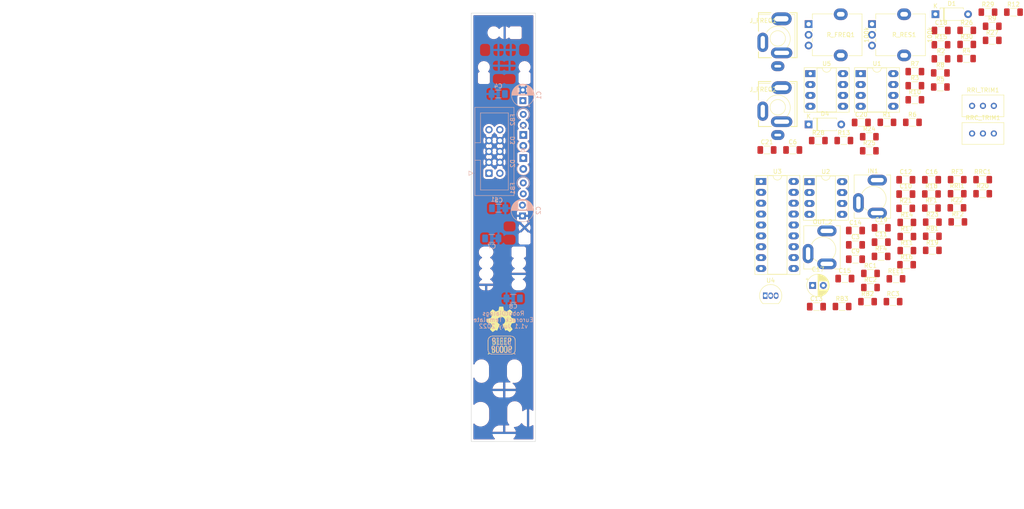
<source format=kicad_pcb>
(kicad_pcb (version 20211014) (generator pcbnew)
  (title_block (company "RobotDialogs"))
  (layers (0 "F.Cu" signal) (31 "B.Cu" signal) (34 "B.Paste" user) (35 "F.Paste" user) (36 "B.SilkS" user "B.Silkscreen") (37 "F.SilkS" user "F.Silkscreen") (38 "B.Mask" user) (39 "F.Mask" user) (44 "Edge.Cuts" user))
  (net 0 "")
  (net 1 "+12V")
  (net 2 "GND")
  (net 3 "-12V")
  (net 4 "Net-(R19-Pad1)")
  (net 5 "Net-(D1-Pad1)")
  (net 6 "-12VA")
  (net 7 "Net-(D2-Pad2)")
  (net 8 "Net-(D3-Pad1)")
  (net 9 "+12VA")
  (net 10 "Net-(D4-Pad1)")
  (net 11 "Net-(RF1-Pad2)")
  (net 12 "Net-(C10-Pad1)")
  (net 13 "Net-(C11-Pad1)")
  (net 14 "Net-(C12-Pad1)")
  (net 15 "Net-(C13-Pad1)")
  (net 16 "-5V")
  (net 17 "Net-(R14-Pad1)")
  (net 18 "Net-(R16-Pad1)")
  (net 19 "Net-(D1-Pad2)")
  (net 20 "Net-(D4-Pad2)")
  (net 22 "Net-(J4-PadT)")
  (net 24 "Net-(J5-PadT)")
  (net 25 "Net-(J_FREQ1-PadT)")
  (net 27 "Net-(J_FREQ2-PadT)")
  (net 29 "Net-(R1-Pad2)")
  (net 30 "Net-(R2-Pad1)")
  (net 31 "Net-(R2-Pad2)")
  (net 32 "Net-(R10-Pad1)")
  (net 33 "Net-(R6-Pad1)")
  (net 34 "Net-(R7-Pad1)")
  (net 35 "Net-(R7-Pad2)")
  (net 36 "/CV Inputs/FREQ_CV")
  (net 37 "Net-(R11-Pad1)")
  (net 38 "Net-(R12-Pad2)")
  (net 39 "Net-(R13-Pad1)")
  (net 40 "Net-(R13-Pad2)")
  (net 41 "Net-(R14-Pad2)")
  (net 42 "Net-(R17-Pad2)")
  (net 43 "Net-(R18-Pad2)")
  (net 44 "Net-(R21-Pad2)")
  (net 45 "Net-(R22-Pad2)")
  (net 46 "Net-(R25-Pad1)")
  (net 47 "Net-(R26-Pad1)")
  (net 48 "Net-(R27-Pad1)")
  (net 49 "Net-(R27-Pad2)")
  (net 50 "/CV Inputs/RES_CV")
  (net 51 "Net-(U3-Pad18)")
  (net 52 "Net-(U3-Pad17)")
  (net 53 "Net-(U3-Pad2)")
  (net 54 "Net-(U3-Pad15)")
  (net 55 "Net-(U3-Pad6)")
  (net 56 "Net-(U3-Pad7)")
  (net 57 "VEE")
  (net 58 "Net-(RRC_TRIM1-Pad1)")
  (net 59 "Net-(U3-Pad9)")
  (net 60 "Net-(RRI1-Pad2)")
  (footprint "Resistor_SMD:R_1206_3216Metric_Pad1.30x1.75mm_HandSolder" (layer "F.Cu") (at 232.93 82.14)
    (fp_text reference "R25" (at 0 -1.82) (layer "F.SilkS"))
    (fp_text value "100k")
    (pad "1" smd roundrect locked (at -1.55 0) (size 1.3 1.75) (layers "F.Cu" "F.Paste" "F.Mask") (roundrect_rratio 0.192308) (net 46 "Net-(R25-Pad1)"))
    (pad "2" smd roundrect locked (at 1.55 0) (size 1.3 1.75) (layers "F.Cu" "F.Paste" "F.Mask") (roundrect_rratio 0.192308) (net 10 "Net-(D4-Pad1)"))
  )
  (footprint "Capacitor_SMD:C_1206_3216Metric_Pad1.33x1.80mm_HandSolder" (layer "F.Cu") (at 235.71 103.47)
    (fp_text reference "C11" (at 0 -1.85) (layer "F.SilkS"))
    (fp_text value "300pF")
    (pad "1" smd roundrect locked (at -1.5625 0) (size 1.325 1.8) (layers "F.Cu" "F.Paste" "F.Mask") (roundrect_rratio 0.188679) (net 13 "Net-(C11-Pad1)"))
    (pad "2" smd roundrect locked (at 1.5625 0) (size 1.325 1.8) (layers "F.Cu" "F.Paste" "F.Mask") (roundrect_rratio 0.188679) (net 2 "GND"))
  )
  (footprint "Resistor_SMD:R_1206_3216Metric_Pad1.30x1.75mm_HandSolder" (layer "F.Cu") (at 243.56 66.94)
    (fp_text reference "R3" (at 0 -1.82) (layer "F.SilkS"))
    (fp_text value "10k")
    (pad "1" smd roundrect locked (at -1.55 0) (size 1.3 1.75) (layers "F.Cu" "F.Paste" "F.Mask") (roundrect_rratio 0.192308) (net 31 "Net-(R2-Pad2)"))
    (pad "2" smd roundrect locked (at 1.55 0) (size 1.3 1.75) (layers "F.Cu" "F.Paste" "F.Mask") (roundrect_rratio 0.192308) (net 3 "-12V"))
  )
  (footprint "Capacitor_SMD:C_1206_3216Metric_Pad1.33x1.80mm_HandSolder" (layer "F.Cu") (at 220.59 118.52)
    (fp_text reference "C13" (at 0 -1.85) (layer "F.SilkS"))
    (fp_text value "300pF")
    (pad "1" smd roundrect locked (at -1.5625 0) (size 1.325 1.8) (layers "F.Cu" "F.Paste" "F.Mask") (roundrect_rratio 0.188679) (net 15 "Net-(C13-Pad1)"))
    (pad "2" smd roundrect locked (at 1.5625 0) (size 1.325 1.8) (layers "F.Cu" "F.Paste" "F.Mask") (roundrect_rratio 0.188679) (net 2 "GND"))
  )
  (footprint "Resistor_SMD:R_1206_3216Metric_Pad1.30x1.75mm_HandSolder" (layer "F.Cu") (at 232.52 117.35)
    (fp_text reference "RB2" (at 0 -1.82) (layer "F.SilkS"))
    (fp_text value "180k")
    (pad "1" smd roundrect locked (at -1.55 0) (size 1.3 1.75) (layers "F.Cu" "F.Paste" "F.Mask") (roundrect_rratio 0.192308) (net 52 "Net-(U3-Pad17)"))
    (pad "2" smd roundrect locked (at 1.55 0) (size 1.3 1.75) (layers "F.Cu" "F.Paste" "F.Mask") (roundrect_rratio 0.192308) (net 3 "-12V"))
  )
  (footprint "Resistor_SMD:R_1206_3216Metric_Pad1.30x1.75mm_HandSolder" (layer "F.Cu") (at 235.68 106.79)
    (fp_text reference "RF4" (at 0 -1.82) (layer "F.SilkS"))
    (fp_text value "75k")
    (pad "1" smd roundrect locked (at -1.55 0) (size 1.3 1.75) (layers "F.Cu" "F.Paste" "F.Mask") (roundrect_rratio 0.192308) (net 41 "Net-(R14-Pad2)"))
    (pad "2" smd roundrect locked (at 1.55 0) (size 1.3 1.75) (layers "F.Cu" "F.Paste" "F.Mask") (roundrect_rratio 0.192308) (net 56 "Net-(U3-Pad7)"))
  )
  (footprint "Resistor_SMD:R_1206_3216Metric_Pad1.30x1.75mm_HandSolder" (layer "F.Cu") (at 255.61 60.61)
    (fp_text reference "R4" (at 0 -1.82) (layer "F.SilkS"))
    (fp_text value "1k")
    (pad "1" smd roundrect locked (at -1.55 0) (size 1.3 1.75) (layers "F.Cu" "F.Paste" "F.Mask") (roundrect_rratio 0.192308) (net 25 "Net-(J_FREQ1-PadT)"))
    (pad "2" smd roundrect locked (at 1.55 0) (size 1.3 1.75) (layers "F.Cu" "F.Paste" "F.Mask") (roundrect_rratio 0.192308) (net 19 "Net-(D1-Pad2)"))
  )
  (footprint "Resistor_SMD:R_1206_3216Metric_Pad1.30x1.75mm_HandSolder" (layer "F.Cu") (at 255.67 57.32)
    (fp_text reference "R30" (at 0 -1.82) (layer "F.SilkS"))
    (fp_text value "100k")
    (pad "1" smd roundrect locked (at -1.55 0) (size 1.3 1.75) (layers "F.Cu" "F.Paste" "F.Mask") (roundrect_rratio 0.192308) (net 46 "Net-(R25-Pad1)"))
    (pad "2" smd roundrect locked (at 1.55 0) (size 1.3 1.75) (layers "F.Cu" "F.Paste" "F.Mask") (roundrect_rratio 0.192308) (net 2 "GND"))
  )
  (footprint "Resistor_SMD:R_1206_3216Metric_Pad1.30x1.75mm_HandSolder" (layer "F.Cu") (at 241.69 98.86)
    (fp_text reference "R14" (at 0 -1.82) (layer "F.SilkS"))
    (fp_text value "100k")
    (pad "1" smd roundrect locked (at -1.55 0) (size 1.3 1.75) (layers "F.Cu" "F.Paste" "F.Mask") (roundrect_rratio 0.192308) (net 17 "Net-(R14-Pad1)"))
    (pad "2" smd roundrect locked (at 1.55 0) (size 1.3 1.75) (layers "F.Cu" "F.Paste" "F.Mask") (roundrect_rratio 0.192308) (net 41 "Net-(R14-Pad2)"))
  )
  (footprint "My Stuff:Potentiometer_Alpha_RD901F-40-00D_Single_Vertical_w_3d" (layer "F.Cu") (at 226.26 55.07)
    (fp_text reference "R_FREQ1" (at 0 0 180) (layer "F.SilkS"))
    (fp_text value "100k")
    (fp_text user "${VALUE}" (at 6 0 90 unlocked) (layer "F.SilkS"))
    (pad "1" thru_hole rect (at -7.5 -2.5 90) (size 1.8 1.8) (drill 1) (layers *.Cu *.Mask) (net 30 "Net-(R2-Pad1)"))
    (pad "2" thru_hole circle (at -7.5 0 90) (size 1.8 1.8) (drill 1) (layers *.Cu *.Mask) (net 25 "Net-(J_FREQ1-PadT)"))
    (pad "3" thru_hole circle (at -7.5 2.5 90) (size 1.8 1.8) (drill 1) (layers *.Cu *.Mask) (net 29 "Net-(R1-Pad2)"))
    (pad "MP" thru_hole oval (at 0 4.8 90) (size 2.72 3.24) (drill oval 1.1 1.8) (layers *.Cu *.Mask) (net 2 "GND"))
    (pad "MP" thru_hole oval (at 0 -4.8 90) (size 2.72 3.24) (drill oval 1.1 1.8) (layers *.Cu *.Mask) (net 2 "GND"))
  )
  (footprint "Resistor_SMD:R_1206_3216Metric_Pad1.30x1.75mm_HandSolder" (layer "F.Cu") (at 249.51 63.96)
    (fp_text reference "R8" (at 0 -1.82) (layer "F.SilkS"))
    (fp_text value "100k")
    (pad "1" smd roundrect locked (at -1.55 0) (size 1.3 1.75) (layers "F.Cu" "F.Paste" "F.Mask") (roundrect_rratio 0.192308) (net 35 "Net-(R7-Pad2)"))
    (pad "2" smd roundrect locked (at 1.55 0) (size 1.3 1.75) (layers "F.Cu" "F.Paste" "F.Mask") (roundrect_rratio 0.192308) (net 33 "Net-(R6-Pad1)"))
  )
  (footprint "Potentiometer_THT:Potentiometer_Bourns_3296W_Vertical" (layer "F.Cu") (at 262 78.1)
    (fp_text reference "RRC_TRIM1" (at -2.54 -3.66) (layer "F.SilkS"))
    (fp_text value "100K")
    (pad "1" thru_hole circle locked (at 0 0) (size 1.44 1.44) (drill 0.8) (layers *.Cu *.Mask) (net 58 "Net-(RRC_TRIM1-Pad1)"))
    (pad "2" thru_hole circle locked (at -2.54 0) (size 1.44 1.44) (drill 0.8) (layers *.Cu *.Mask) (net 50 "/CV Inputs/RES_CV"))
    (pad "3" thru_hole circle locked (at -5.08 0) (size 1.44 1.44) (drill 0.8) (layers *.Cu *.Mask) (net 50 "/CV Inputs/RES_CV"))
  )
  (footprint "Capacitor_SMD:C_1206_3216Metric_Pad1.33x1.80mm_HandSolder" (layer "F.Cu") (at 247.46 88.9)
    (fp_text reference "C16" (at 0 -1.85) (layer "F.SilkS"))
    (fp_text value "100nF")
    (pad "1" smd roundrect locked (at -1.5625 0) (size 1.325 1.8) (layers "F.Cu" "F.Paste" "F.Mask") (roundrect_rratio 0.188679) (net 16 "-5V"))
    (pad "2" smd roundrect locked (at 1.5625 0) (size 1.325 1.8) (layers "F.Cu" "F.Paste" "F.Mask") (roundrect_rratio 0.188679) (net 2 "GND"))
  )
  (footprint "Resistor_SMD:R_1206_3216Metric_Pad1.30x1.75mm_HandSolder" (layer "F.Cu") (at 247.64 102.09)
    (fp_text reference "RB1" (at 0 -1.82) (layer "F.SilkS"))
    (fp_text value "180k")
    (pad "1" smd roundrect locked (at -1.55 0) (size 1.3 1.75) (layers "F.Cu" "F.Paste" "F.Mask") (roundrect_rratio 0.192308) (net 51 "Net-(U3-Pad18)"))
    (pad "2" smd roundrect locked (at 1.55 0) (size 1.3 1.75) (layers "F.Cu" "F.Paste" "F.Mask") (roundrect_rratio 0.192308) (net 3 "-12V"))
  )
  (footprint "Resistor_SMD:R_1206_3216Metric_Pad1.30x1.75mm_HandSolder" (layer "F.Cu") (at 261.62 56.36)
    (fp_text reference "R27" (at 0 -1.82) (layer "F.SilkS"))
    (fp_text value "100k")
    (pad "1" smd roundrect locked (at -1.55 0) (size 1.3 1.75) (layers "F.Cu" "F.Paste" "F.Mask") (roundrect_rratio 0.192308) (net 48 "Net-(R27-Pad1)"))
    (pad "2" smd roundrect locked (at 1.55 0) (size 1.3 1.75) (layers "F.Cu" "F.Paste" "F.Mask") (roundrect_rratio 0.192308) (net 49 "Net-(R27-Pad2)"))
  )
  (footprint "Resistor_SMD:R_1206_3216Metric_Pad1.30x1.75mm_HandSolder" (layer "F.Cu") (at 232.93 78.85)
    (fp_text reference "R24" (at 0 -1.82) (layer "F.SilkS"))
    (fp_text value "1k")
    (pad "1" smd roundrect locked (at -1.55 0) (size 1.3 1.75) (layers "F.Cu" "F.Paste" "F.Mask") (roundrect_rratio 0.192308) (net 27 "Net-(J_FREQ2-PadT)"))
    (pad "2" smd roundrect locked (at 1.55 0) (size 1.3 1.75) (layers "F.Cu" "F.Paste" "F.Mask") (roundrect_rratio 0.192308) (net 20 "Net-(D4-Pad2)"))
  )
  (footprint "Resistor_SMD:R_1206_3216Metric_Pad1.30x1.75mm_HandSolder" (layer "F.Cu") (at 260.63 49.78)
    (fp_text reference "R29" (at 0 -1.82) (layer "F.SilkS"))
    (fp_text value "100k")
    (pad "1" smd roundrect locked (at -1.55 0) (size 1.3 1.75) (layers "F.Cu" "F.Paste" "F.Mask") (roundrect_rratio 0.192308) (net 50 "/CV Inputs/RES_CV"))
    (pad "2" smd roundrect locked (at 1.55 0) (size 1.3 1.75) (layers "F.Cu" "F.Paste" "F.Mask") (roundrect_rratio 0.192308) (net 48 "Net-(R27-Pad1)"))
  )
  (footprint "Capacitor_SMD:C_1206_3216Metric_Pad1.33x1.80mm_HandSolder" (layer "F.Cu") (at 215.05 81.95)
    (fp_text reference "C6" (at 0 -1.85) (layer "F.SilkS"))
    (fp_text value "10nF")
    (pad "1" smd roundrect locked (at -1.5625 0) (size 1.325 1.8) (layers "F.Cu" "F.Paste" "F.Mask") (roundrect_rratio 0.188679) (net 2 "GND"))
    (pad "2" smd roundrect locked (at 1.5625 0) (size 1.325 1.8) (layers "F.Cu" "F.Paste" "F.Mask") (roundrect_rratio 0.188679) (net 1 "+12V"))
  )
  (footprint "Resistor_SMD:R_1206_3216Metric_Pad1.30x1.75mm_HandSolder" (layer "F.Cu") (at 237.04 75.5)
    (fp_text reference "R1" (at 0 -1.82) (layer "F.SilkS"))
    (fp_text value "10k")
    (pad "1" smd roundrect locked (at -1.55 0) (size 1.3 1.75) (layers "F.Cu" "F.Paste" "F.Mask") (roundrect_rratio 0.192308) (net 1 "+12V"))
    (pad "2" smd roundrect locked (at 1.55 0) (size 1.3 1.75) (layers "F.Cu" "F.Paste" "F.Mask") (roundrect_rratio 0.192308) (net 29 "Net-(R1-Pad2)"))
  )
  (footprint "Resistor_SMD:R_1206_3216Metric_Pad1.30x1.75mm_HandSolder" (layer "F.Cu") (at 266.58 49.78)
    (fp_text reference "R12" (at 0 -1.82) (layer "F.SilkS"))
    (fp_text value "10k")
    (pad "1" smd roundrect locked (at -1.55 0) (size 1.3 1.75) (layers "F.Cu" "F.Paste" "F.Mask") (roundrect_rratio 0.192308) (net 1 "+12V"))
    (pad "2" smd roundrect locked (at 1.55 0) (size 1.3 1.75) (layers "F.Cu" "F.Paste" "F.Mask") (roundrect_rratio 0.192308) (net 38 "Net-(R12-Pad2)"))
  )
  (footprint "Package_DIP:DIP-8_W7.62mm_Socket_LongPads" (layer "F.Cu") (at 218.96 89.35)
    (fp_text reference "U2" (at 3.81 -2.33) (layer "F.SilkS"))
    (fp_text value "TL072")
    (pad "1" thru_hole rect locked (at 0 0) (size 2.4 1.6) (drill 0.8) (layers *.Cu *.Mask) (net 18 "Net-(R16-Pad1)"))
    (pad "2" thru_hole oval locked (at 0 2.54) (size 2.4 1.6) (drill 0.8) (layers *.Cu *.Mask) (net 37 "Net-(R11-Pad1)"))
    (pad "3" thru_hole oval locked (at 0 5.08) (size 2.4 1.6) (drill 0.8) (layers *.Cu *.Mask) (net 2 "GND"))
    (pad "4" thru_hole oval locked (at 0 7.62) (size 2.4 1.6) (drill 0.8) (layers *.Cu *.Mask) (net 3 "-12V"))
    (pad "5" thru_hole oval locked (at 7.62 7.62) (size 2.4 1.6) (drill 0.8) (layers *.Cu *.Mask) (net 4 "Net-(R19-Pad1)"))
    (pad "6" thru_hole oval locked (at 7.62 5.08) (size 2.4 1.6) (drill 0.8) (layers *.Cu *.Mask) (net 43 "Net-(R18-Pad2)"))
    (pad "7" thru_hole oval locked (at 7.62 2.54) (size 2.4 1.6) (drill 0.8) (layers *.Cu *.Mask) (net 42 "Net-(R17-Pad2)"))
    (pad "8" thru_hole oval locked (at 7.62 0) (size 2.4 1.6) (drill 0.8) (layers *.Cu *.Mask) (net 1 "+12V"))
  )
  (footprint "Capacitor_SMD:C_1206_3216Metric_Pad1.33x1.80mm_HandSolder" (layer "F.Cu") (at 235.71 100.12)
    (fp_text reference "C19" (at 0 -1.85) (layer "F.SilkS"))
    (fp_text value "1uF")
    (pad "1" smd roundrect locked (at -1.5625 0) (size 1.325 1.8) (layers "F.Cu" "F.Paste" "F.Mask") (roundrect_rratio 0.188679) (net 17 "Net-(R14-Pad1)"))
    (pad "2" smd roundrect locked (at 1.5625 0) (size 1.325 1.8) (layers "F.Cu" "F.Paste" "F.Mask") (roundrect_rratio 0.188679) (net 18 "Net-(R16-Pad1)"))
  )
  (footprint "Resistor_SMD:R_1206_3216Metric_Pad1.30x1.75mm_HandSolder" (layer "F.Cu") (at 226.98 79.75)
    (fp_text reference "R13" (at 0 -1.82) (layer "F.SilkS"))
    (fp_text value "100k")
    (pad "1" smd roundrect locked (at -1.55 0) (size 1.3 1.75) (layers "F.Cu" "F.Paste" "F.Mask") (roundrect_rratio 0.192308) (net 39 "Net-(R13-Pad1)"))
    (pad "2" smd roundrect locked (at 1.55 0) (size 1.3 1.75) (layers "F.Cu" "F.Paste" "F.Mask") (roundrect_rratio 0.192308) (net 40 "Net-(R13-Pad2)"))
  )
  (footprint "Resistor_SMD:R_1206_3216Metric_Pad1.30x1.75mm_HandSolder" (layer "F.Cu") (at 239.15 112.02)
    (fp_text reference "REE1" (at 0 -1.82) (layer "F.SilkS"))
    (fp_text value "270")
    (pad "1" smd roundrect locked (at -1.55 0) (size 1.3 1.75) (layers "F.Cu" "F.Paste" "F.Mask") (roundrect_rratio 0.192308) (net 57 "VEE"))
    (pad "2" smd roundrect locked (at 1.55 0) (size 1.3 1.75) (layers "F.Cu" "F.Paste" "F.Mask") (roundrect_rratio 0.192308) (net 16 "-5V"))
  )
  (footprint "My Stuff:Logo1" (layer "F.Cu") (at 147.1 127.5)
    (fp_text reference "LOGO1" hide)
    (fp_text value "logo1" hide)
    (fp_text user "BLOOP" (at 0.05 1.05) (layer "F.SilkS") (effects (font (size 1.5 1))))
    (fp_text user "BLEEP" (at 0.05 -0.85) (layer "F.SilkS") (effects (font (size 1.5 1))))
  )
  (footprint "Resistor_SMD:R_1206_3216Metric_Pad1.30x1.75mm_HandSolder" (layer "F.Cu") (at 241.42 95.57)
    (fp_text reference "R21" (at 0 -1.82) (layer "F.SilkS"))
    (fp_text value "100k")
    (pad "1" smd roundrect locked (at -1.55 0) (size 1.3 1.75) (layers "F.Cu" "F.Paste" "F.Mask") (roundrect_rratio 0.192308) (net 36 "/CV Inputs/FREQ_CV"))
    (pad "2" smd roundrect locked (at 1.55 0) (size 1.3 1.75) (layers "F.Cu" "F.Paste" "F.Mask") (roundrect_rratio 0.192308) (net 44 "Net-(R21-Pad2)"))
  )
  (footprint "Capacitor_SMD:C_1206_3216Metric_Pad1.33x1.80mm_HandSolder" (layer "F.Cu") (at 229.7 100.75)
    (fp_text reference "C14" (at 0 -1.85) (layer "F.SilkS"))
    (fp_text value "10nF")
    (pad "1" smd roundrect locked (at -1.5625 0) (size 1.325 1.8) (layers "F.Cu" "F.Paste" "F.Mask") (roundrect_rratio 0.188679) (net 16 "-5V"))
    (pad "2" smd roundrect locked (at 1.5625 0) (size 1.325 1.8) (layers "F.Cu" "F.Paste" "F.Mask") (roundrect_rratio 0.188679) (net 2 "GND"))
  )
  (footprint "Package_TO_SOT_THT:TO-92_Inline" (layer "F.Cu") (at 208.63 115.96)
    (fp_text reference "U4" (at 1.27 -3.56) (layer "F.SilkS"))
    (fp_text value "LM79L05_TO92")
    (pad "1" thru_hole rect locked (at 0 0) (size 1.05 1.5) (drill 0.75) (layers *.Cu *.Mask) (net 2 "GND"))
    (pad "2" thru_hole oval locked (at 1.27 0) (size 1.05 1.5) (drill 0.75) (layers *.Cu *.Mask) (net 3 "-12V"))
    (pad "3" thru_hole oval locked (at 2.54 0) (size 1.05 1.5) (drill 0.75) (layers *.Cu *.Mask) (net 16 "-5V"))
  )
  (footprint "Capacitor_SMD:C_1206_3216Metric_Pad1.33x1.80mm_HandSolder" (layer "F.Cu") (at 231.06 75.53)
    (fp_text reference "C20" (at 0 -1.85) (layer "F.SilkS"))
    (fp_text value "10nF")
    (pad "1" smd roundrect locked (at -1.5625 0) (size 1.325 1.8) (layers "F.Cu" "F.Paste" "F.Mask") (roundrect_rratio 0.188679) (net 2 "GND"))
    (pad "2" smd roundrect locked (at 1.5625 0) (size 1.325 1.8) (layers "F.Cu" "F.Paste" "F.Mask") (roundrect_rratio 0.188679) (net 1 "+12V"))
  )
  (footprint "Capacitor_THT:CP_Radial_D5.0mm_P2.50mm" (layer "F.Cu") (at 219.699775 113.57)
    (fp_text reference "C17" (at 1.25 -3.75) (layer "F.SilkS"))
    (fp_text value "10uF")
    (pad "1" thru_hole rect locked (at 0 0) (size 1.6 1.6) (drill 0.8) (layers *.Cu *.Mask) (net 2 "GND"))
    (pad "2" thru_hole circle locked (at 2.5 0) (size 1.6 1.6) (drill 0.8) (layers *.Cu *.Mask) (net 16 "-5V"))
  )
  (footprint "My Stuff:Jack_3.5mm_MJ-355W_Vertical" (layer "F.Cu") (at 222.135 105.235)
    (fp_text reference "J5")
    (fp_text value "OUT_2" (at -0.1 -6.5) (layer "F.SilkS"))
    (pad "R" thru_hole oval (at 0.9 3.3) (size 4.5 2.5) (drill oval 3 1) (layers *.Cu *.Mask))
    (pad "S" thru_hole oval (at -3.5 0.9) (size 2.5 4.5) (drill oval 1 3) (layers *.Cu *.Mask) (net 2 "GND"))
    (pad "T" thru_hole oval (at 0.9 -4.4) (size 4.5 2.5) (drill oval 3 1) (layers *.Cu *.Mask) (net 24 "Net-(J5-PadT)"))
  )
  (footprint "Resistor_SMD:R_1206_3216Metric_Pad1.30x1.75mm_HandSolder" (layer "F.Cu") (at 242.99 75.5)
    (fp_text reference "R6" (at 0 -1.82) (layer "F.SilkS"))
    (fp_text value "100k")
    (pad "1" smd roundrect locked (at -1.55 0) (size 1.3 1.75) (layers "F.Cu" "F.Paste" "F.Mask") (roundrect_rratio 0.192308) (net 33 "Net-(R6-Pad1)"))
    (pad "2" smd roundrect locked (at 1.55 0) (size 1.3 1.75) (layers "F.Cu" "F.Paste" "F.Mask") (roundrect_rratio 0.192308) (net 32 "Net-(R10-Pad1)"))
  )
  (footprint "Resistor_SMD:R_1206_3216Metric_Pad1.30x1.75mm_HandSolder" (layer "F.Cu") (at 241.69 102.15)
    (fp_text reference "R17" (at 0 -1.82) (layer "F.SilkS"))
    (fp_text value "1k")
    (pad "1" smd roundrect locked (at -1.55 0) (size 1.3 1.75) (layers "F.Cu" "F.Paste" "F.Mask") (roundrect_rratio 0.192308) (net 24 "Net-(J5-PadT)"))
    (pad "2" smd roundrect locked (at 1.55 0) (size 1.3 1.75) (layers "F.Cu" "F.Paste" "F.Mask") (roundrect_rratio 0.192308) (net 42 "Net-(R17-Pad2)"))
  )
  (footprint "Resistor_SMD:R_1206_3216Metric_Pad1.30x1.75mm_HandSolder" (layer "F.Cu") (at 253.44 88.87)
    (fp_text reference "RF3" (at 0 -1.82) (layer "F.SilkS"))
    (fp_text value "75k")
    (pad "1" smd roundrect locked (at -1.55 0) (size 1.3 1.75) (layers "F.Cu" "F.Paste" "F.Mask") (roundrect_rratio 0.192308) (net 53 "Net-(U3-Pad2)"))
    (pad "2" smd roundrect locked (at 1.55 0) (size 1.3 1.75) (layers "F.Cu" "F.Paste" "F.Mask") (roundrect_rratio 0.192308) (net 55 "Net-(U3-Pad6)"))
  )
  (footprint "Resistor_SMD:R_1206_3216Metric_Pad1.30x1.75mm_HandSolder" (layer "F.Cu") (at 226.57 118.49)
    (fp_text reference "RB3" (at 0 -1.82) (layer "F.SilkS"))
    (fp_text value "180k")
    (pad "1" smd roundrect locked (at -1.55 0) (size 1.3 1.75) (layers "F.Cu" "F.Paste" "F.Mask") (roundrect_rratio 0.192308) (net 53 "Net-(U3-Pad2)"))
    (pad "2" smd roundrect locked (at 1.55 0) (size 1.3 1.75) (layers "F.Cu" "F.Paste" "F.Mask") (roundrect_rratio 0.192308) (net 3 "-12V"))
  )
  (footprint "Resistor_SMD:R_1206_3216Metric_Pad1.30x1.75mm_HandSolder" (layer "F.Cu") (at 255.67 54.03)
    (fp_text reference "R26" (at 0 -1.82) (layer "F.SilkS"))
    (fp_text value "100k")
    (pad "1" smd roundrect locked (at -1.55 0) (size 1.3 1.75) (layers "F.Cu" "F.Paste" "F.Mask") (roundrect_rratio 0.192308) (net 47 "Net-(R26-Pad1)"))
    (pad "2" smd roundrect locked (at 1.55 0) (size 1.3 1.75) (layers "F.Cu" "F.Paste" "F.Mask") (roundrect_rratio 0.192308) (net 46 "Net-(R25-Pad1)"))
  )
  (footprint "My Stuff:Jack_3.5mm_MJ-355W_and_PJ398SM_Vertical" (layer "F.Cu") (at 211.56 55.932089)
    (fp_text reference "J_FREQ1" (at -3.425 -4.175) (layer "F.SilkS"))
    (fp_text value "FREQ")
    (pad "S" thru_hole oval (at -3.5 0.892911) (size 2.5 4.5) (drill oval 1 3) (layers *.Cu *.Mask) (net 2 "GND"))
    (pad "S" thru_hole oval (at 0 6.462911) (size 3.1 2.3) (drill oval 1.6 0.6) (layers *.Cu *.Mask) (net 2 "GND"))
    (pad "T" thru_hole oval (at 0.875 -4.6 180) (size 4.75 3) (drill oval 3.25 1.25) (layers *.Cu *.Mask) (net 25 "Net-(J_FREQ1-PadT)"))
    (pad "TN" thru_hole oval (at 0.9 3.35) (size 5 2.5) (drill oval 3.5 1) (layers *.Cu *.Mask))
  )
  (footprint "Resistor_SMD:R_1206_3216Metric_Pad1.30x1.75mm_HandSolder" (layer "F.Cu") (at 221.03 79.75)
    (fp_text reference "R28" (at 0 -1.82) (layer "F.SilkS"))
    (fp_text value "100k")
    (pad "1" smd roundrect locked (at -1.55 0) (size 1.3 1.75) (layers "F.Cu" "F.Paste" "F.Mask") (roundrect_rratio 0.192308) (net 49 "Net-(R27-Pad2)"))
    (pad "2" smd roundrect locked (at 1.55 0) (size 1.3 1.75) (layers "F.Cu" "F.Paste" "F.Mask") (roundrect_rratio 0.192308) (net 47 "Net-(R26-Pad1)"))
  )
  (footprint "Resistor_SMD:R_1206_3216Metric_Pad1.30x1.75mm_HandSolder" (layer "F.Cu") (at 253.44 92.16)
    (fp_text reference "RRI1" (at 0 -1.82) (layer "F.SilkS"))
    (fp_text value "15K")
    (pad "1" smd roundrect locked (at -1.55 0) (size 1.3 1.75) (layers "F.Cu" "F.Paste" "F.Mask") (roundrect_rratio 0.192308) (net 45 "Net-(R22-Pad2)"))
    (pad "2" smd roundrect locked (at 1.55 0) (size 1.3 1.75) (layers "F.Cu" "F.Paste" "F.Mask") (roundrect_rratio 0.192308) (net 60 "Net-(RRI1-Pad2)"))
  )
  (footprint "Capacitor_SMD:C_1206_3216Metric_Pad1.33x1.80mm_HandSolder" (layer "F.Cu") (at 209.04 81.95)
    (fp_text reference "C21" (at 0 -1.85) (layer "F.SilkS"))
    (fp_text value "10nF")
    (pad "1" smd roundrect locked (at -1.5625 0) (size 1.325 1.8) (layers "F.Cu" "F.Paste" "F.Mask") (roundrect_rratio 0.188679) (net 3 "-12V"))
    (pad "2" smd roundrect locked (at 1.5625 0) (size 1.325 1.8) (layers "F.Cu" "F.Paste" "F.Mask") (roundrect_rratio 0.188679) (net 2 "GND"))
  )
  (footprint "Diode_THT:D_A-405_P7.62mm_Horizontal" (layer "F.Cu") (at 248.36 50.26)
    (fp_text reference "D1" (at 3.81 -2.47) (layer "F.SilkS"))
    (fp_text value "D")
    (fp_text user "K" (at 0 -1.9) (layer "F.SilkS"))
    (pad "1" thru_hole rect locked (at 0 0) (size 1.8 1.8) (drill 0.9) (layers *.Cu *.Mask) (net 5 "Net-(D1-Pad1)"))
    (pad "2" thru_hole oval locked (at 7.62 0) (size 1.8 1.8) (drill 0.9) (layers *.Cu *.Mask) (net 19 "Net-(D1-Pad2)"))
  )
  (footprint "Diode_THT:D_A-405_P7.62mm_Horizontal" (layer "F.Cu") (at 218.76 75.98)
    (fp_text reference "D4" (at 3.81 -2.47) (layer "F.SilkS"))
    (fp_text value "D")
    (fp_text user "K" (at 0 -1.9) (layer "F.SilkS"))
    (pad "1" thru_hole rect locked (at 0 0) (size 1.8 1.8) (drill 0.9) (layers *.Cu *.Mask) (net 10 "Net-(D4-Pad1)"))
    (pad "2" thru_hole oval locked (at 7.62 0) (size 1.8 1.8) (drill 0.9) (layers *.Cu *.Mask) (net 20 "Net-(D4-Pad2)"))
  )
  (footprint "Resistor_SMD:R_1206_3216Metric_Pad1.30x1.75mm_HandSolder" (layer "F.Cu") (at 261.62 53.07)
    (fp_text reference "R9" (at 0 -1.82) (layer "F.SilkS"))
    (fp_text value "100k")
    (pad "1" smd roundrect locked (at -1.55 0) (size 1.3 1.75) (layers "F.Cu" "F.Paste" "F.Mask") (roundrect_rratio 0.192308) (net 36 "/CV Inputs/FREQ_CV"))
    (pad "2" smd roundrect locked (at 1.55 0) (size 1.3 1.75) (layers "F.Cu" "F.Paste" "F.Mask") (roundrect_rratio 0.192308) (net 34 "Net-(R7-Pad1)"))
  )
  (footprint "Resistor_SMD:R_1206_3216Metric_Pad1.30x1.75mm_HandSolder" (layer "F.Cu") (at 249.66 57.38)
    (fp_text reference "R15" (at 0 -1.82) (layer "F.SilkS"))
    (fp_text value "10k")
    (pad "1" smd roundrect locked (at -1.55 0) (size 1.3 1.75) (layers "F.Cu" "F.Paste" "F.Mask") (roundrect_rratio 0.192308) (net 40 "Net-(R13-Pad2)"))
    (pad "2" smd roundrect locked (at 1.55 0) (size 1.3 1.75) (layers "F.Cu" "F.Paste" "F.Mask") (roundrect_rratio 0.192308) (net 3 "-12V"))
  )
  (footprint "Resistor_SMD:R_1206_3216Metric_Pad1.30x1.75mm_HandSolder" (layer "F.Cu") (at 247.64 98.8)
    (fp_text reference "R23" (at 0 -1.82) (layer "F.SilkS"))
    (fp_text value "3k")
    (pad "1" smd roundrect locked (at -1.55 0) (size 1.3 1.75) (layers "F.Cu" "F.Paste" "F.Mask") (roundrect_rratio 0.192308) (net 44 "Net-(R21-Pad2)"))
    (pad "2" smd roundrect locked (at 1.55 0) (size 1.3 1.75) (layers "F.Cu" "F.Paste" "F.Mask") (roundrect_rratio 0.192308) (net 2 "GND"))
  )
  (footprint "Capacitor_SMD:C_1206_3216Metric_Pad1.33x1.80mm_HandSolder" (layer "F.Cu") (at 227.22 111.97)
    (fp_text reference "C15" (at 0 -1.85) (layer "F.SilkS"))
    (fp_text value "330nF")
    (pad "1" smd roundrect locked (at -1.5625 0) (size 1.325 1.8) (layers "F.Cu" "F.Paste" "F.Mask") (roundrect_rratio 0.188679) (net 3 "-12V"))
    (pad "2" smd roundrect locked (at 1.5625 0) (size 1.325 1.8) (layers "F.Cu" "F.Paste" "F.Mask") (roundrect_rratio 0.188679) (net 2 "GND"))
  )
  (footprint "Capacitor_SMD:C_1206_3216Metric_Pad1.33x1.80mm_HandSolder" (layer "F.Cu") (at 229.7 107.45)
    (fp_text reference "C9" (at 0 -1.85) (layer "F.SilkS"))
    (fp_text value "10nF")
    (pad "1" smd roundrect locked (at -1.5625 0) (size 1.325 1.8) (layers "F.Cu" "F.Paste" "F.Mask") (roundrect_rratio 0.188679) (net 1 "+12V"))
    (pad "2" smd roundrect locked (at 1.5625 0) (size 1.325 1.8) (layers "F.Cu" "F.Paste" "F.Mask") (roundrect_rratio 0.188679) (net 2 "GND"))
  )
  (footprint "My Stuff:Jack_3.5mm_MJ-355W_Vertical" (layer "F.Cu") (at 233.885 93.385)
    (fp_text reference "J4")
    (fp_text value "IN1" (at -0.1 -6.5) (layer "F.SilkS"))
    (pad "R" thru_hole oval (at 0.9 3.3) (size 4.5 2.5) (drill oval 3 1) (layers *.Cu *.Mask))
    (pad "S" thru_hole oval (at -3.5 0.9) (size 2.5 4.5) (drill oval 1 3) (layers *.Cu *.Mask) (net 2 "GND"))
    (pad "T" thru_hole oval (at 0.9 -4.4) (size 4.5 2.5) (drill oval 3 1) (layers *.Cu *.Mask) (net 22 "Net-(J4-PadT)"))
  )
  (footprint "Capacitor_SMD:C_1206_3216Metric_Pad1.33x1.80mm_HandSolder" (layer "F.Cu") (at 229.7 104.1)
    (fp_text reference "C3" (at 0 -1.85) (layer "F.SilkS"))
    (fp_text value "1uF")
    (pad "1" smd roundrect locked (at -1.5625 0) (size 1.325 1.8) (layers "F.Cu" "F.Paste" "F.Mask") (roundrect_rratio 0.188679) (net 4 "Net-(R19-Pad1)"))
    (pad "2" smd roundrect locked (at 1.5625 0) (size 1.325 1.8) (layers "F.Cu" "F.Paste" "F.Mask") (roundrect_rratio 0.188679) (net 11 "Net-(RF1-Pad2)"))
  )
  (footprint "Resistor_SMD:R_1206_3216Metric_Pad1.30x1.75mm_HandSolder" (layer "F.Cu") (at 241.63 108.73)
    (fp_text reference "R16" (at 0 -1.82) (layer "F.SilkS"))
    (fp_text value "100k")
    (pad "1" smd roundrect locked (at -1.55 0) (size 1.3 1.75) (layers "F.Cu" "F.Paste" "F.Mask") (roundrect_rratio 0.192308) (net 18 "Net-(R16-Pad1)"))
    (pad "2" smd roundrect locked (at 1.55 0) (size 1.3 1.75) (layers "F.Cu" "F.Paste" "F.Mask") (roundrect_rratio 0.192308) (net 37 "Net-(R11-Pad1)"))
  )
  (footprint "Package_DIP:DIP-8_W7.62mm_Socket_LongPads" (layer "F.Cu") (at 219.16 64.13)
    (fp_text reference "U5" (at 3.81 -2.33) (layer "F.SilkS"))
    (fp_text value "LM358")
    (pad "1" thru_hole rect locked (at 0 0) (size 2.4 1.6) (drill 0.8) (layers *.Cu *.Mask) (net 49 "Net-(R27-Pad2)"))
    (pad "2" thru_hole oval locked (at 0 2.54) (size 2.4 1.6) (drill 0.8) (layers *.Cu *.Mask) (net 47 "Net-(R26-Pad1)"))
    (pad "3" thru_hole oval locked (at 0 5.08) (size 2.4 1.6) (drill 0.8) (layers *.Cu *.Mask) (net 2 "GND"))
    (pad "4" thru_hole oval locked (at 0 7.62) (size 2.4 1.6) (drill 0.8) (layers *.Cu *.Mask) (net 3 "-12V"))
    (pad "5" thru_hole oval locked (at 7.62 7.62) (size 2.4 1.6) (drill 0.8) (layers *.Cu *.Mask) (net 2 "GND"))
    (pad "6" thru_hole oval locked (at 7.62 5.08) (size 2.4 1.6) (drill 0.8) (layers *.Cu *.Mask) (net 48 "Net-(R27-Pad1)"))
    (pad "7" thru_hole oval locked (at 7.62 2.54) (size 2.4 1.6) (drill 0.8) (layers *.Cu *.Mask) (net 50 "/CV Inputs/RES_CV"))
    (pad "8" thru_hole oval locked (at 7.62 0) (size 2.4 1.6) (drill 0.8) (layers *.Cu *.Mask) (net 1 "+12V"))
  )
  (footprint "Resistor_SMD:R_1206_3216Metric_Pad1.30x1.75mm_HandSolder" (layer "F.Cu") (at 243.56 70.23)
    (fp_text reference "R10" (at 0 -1.82) (layer "F.SilkS"))
    (fp_text value "100k")
    (pad "1" smd roundrect locked (at -1.55 0) (size 1.3 1.75) (layers "F.Cu" "F.Paste" "F.Mask") (roundrect_rratio 0.192308) (net 32 "Net-(R10-Pad1)"))
    (pad "2" smd roundrect locked (at 1.55 0) (size 1.3 1.75) (layers "F.Cu" "F.Paste" "F.Mask") (roundrect_rratio 0.192308) (net 2 "GND"))
  )
  (footprint "Resistor_SMD:R_1206_3216Metric_Pad1.30x1.75mm_HandSolder" (layer "F.Cu") (at 259.39 92.16)
    (fp_text reference "R20" (at 0 -1.82) (layer "F.SilkS"))
    (fp_text value "100k")
    (pad "1" smd roundrect locked (at -1.55 0) (size 1.3 1.75) (layers "F.Cu" "F.Paste" "F.Mask") (roundrect_rratio 0.192308) (net 43 "Net-(R18-Pad2)"))
    (pad "2" smd roundrect locked (at 1.55 0) (size 1.3 1.75) (layers "F.Cu" "F.Paste" "F.Mask") (roundrect_rratio 0.192308) (net 2 "GND"))
  )
  (footprint "Resistor_SMD:R_1206_3216Metric_Pad1.30x1.75mm_HandSolder" (layer "F.Cu") (at 253.38 95.45)
    (fp_text reference "R22" (at 0 -1.82) (layer "F.SilkS"))
    (fp_text value "3k")
    (pad "1" smd roundrect locked (at -1.55 0) (size 1.3 1.75) (layers "F.Cu" "F.Paste" "F.Mask") (roundrect_rratio 0.192308) (net 2 "GND"))
    (pad "2" smd roundrect locked (at 1.55 0) (size 1.3 1.75) (layers "F.Cu" "F.Paste" "F.Mask") (roundrect_rratio 0.192308) (net 45 "Net-(R22-Pad2)"))
  )
  (footprint "Resistor_SMD:R_1206_3216Metric_Pad1.30x1.75mm_HandSolder" (layer "F.Cu") (at 247.43 95.51)
    (fp_text reference "RF1" (at 0 -1.82) (layer "F.SilkS"))
    (fp_text value "75k")
    (pad "1" smd roundrect locked (at -1.55 0) (size 1.3 1.75) (layers "F.Cu" "F.Paste" "F.Mask") (roundrect_rratio 0.192308) (net 51 "Net-(U3-Pad18)"))
    (pad "2" smd roundrect locked (at 1.55 0) (size 1.3 1.75) (layers "F.Cu" "F.Paste" "F.Mask") (roundrect_rratio 0.192308) (net 11 "Net-(RF1-Pad2)"))
  )
  (footprint "Resistor_SMD:R_1206_3216Metric_Pad1.30x1.75mm_HandSolder" (layer "F.Cu") (at 247.64 105.38)
    (fp_text reference "R19" (at 0 -1.82) (layer "F.SilkS"))
    (fp_text value "100k")
    (pad "1" smd roundrect locked (at -1.55 0) (size 1.3 1.75) (layers "F.Cu" "F.Paste" "F.Mask") (roundrect_rratio 0.192308) (net 4 "Net-(R19-Pad1)"))
    (pad "2" smd roundrect locked (at 1.55 0) (size 1.3 1.75) (layers "F.Cu" "F.Paste" "F.Mask") (roundrect_rratio 0.192308) (net 2 "GND"))
  )
  (footprint "My Stuff:Potentiometer_Alpha_RD901F-40-00D_Single_Vertical_w_3d" (layer "F.Cu") (at 241.06 55.07)
    (fp_text reference "R_RES1" (at 0 0 180) (layer "F.SilkS"))
    (fp_text value "100k")
    (fp_text user "${VALUE}" (at 6 0 90 unlocked) (layer "F.SilkS"))
    (pad "1" thru_hole rect (at -7.5 -2.5 90) (size 1.8 1.8) (drill 1) (layers *.Cu *.Mask) (net 39 "Net-(R13-Pad1)"))
    (pad "2" thru_hole circle (at -7.5 0 90) (size 1.8 1.8) (drill 1) (layers *.Cu *.Mask) (net 27 "Net-(J_FREQ2-PadT)"))
    (pad "3" thru_hole circle (at -7.5 2.5 90) (size 1.8 1.8) (drill 1) (layers *.Cu *.Mask) (net 38 "Net-(R12-Pad2)"))
    (pad "MP" thru_hole oval (at 0 -4.8 90) (size 2.72 3.24) (drill oval 1.1 1.8) (layers *.Cu *.Mask) (net 2 "GND"))
    (pad "MP" thru_hole oval (at 0 4.8 90) (size 2.72 3.24) (drill oval 1.1 1.8) (layers *.Cu *.Mask) (net 2 "GND"))
  )
  (footprint "Potentiometer_THT:Potentiometer_Bourns_3296W_Vertical" (layer "F.Cu") (at 262 71.65)
    (fp_text reference "RRI_TRIM1" (at -2.54 -3.66) (layer "F.SilkS"))
    (fp_text value "100K")
    (pad "1" thru_hole circle locked (at 0 0) (size 1.44 1.44) (drill 0.8) (layers *.Cu *.Mask) (net 42 "Net-(R17-Pad2)"))
    (pad "2" thru_hole circle locked (at -2.54 0) (size 1.44 1.44) (drill 0.8) (layers *.Cu *.Mask) (net 60 "Net-(RRI1-Pad2)"))
    (pad "3" thru_hole circle locked (at -5.08 0) (size 1.44 1.44) (drill 0.8) (layers *.Cu *.Mask) (net 60 "Net-(RRI1-Pad2)"))
  )
  (footprint "Resistor_SMD:R_1206_3216Metric_Pad1.30x1.75mm_HandSolder" (layer "F.Cu") (at 241.69 105.44)
    (fp_text reference "R11" (at 0 -1.82) (layer "F.SilkS"))
    (fp_text value "100k")
    (pad "1" smd roundrect locked (at -1.55 0) (size 1.3 1.75) (layers "F.Cu" "F.Paste" "F.Mask") (roundrect_rratio 0.192308) (net 37 "Net-(R11-Pad1)"))
    (pad "2" smd roundrect locked (at 1.55 0) (size 1.3 1.75) (layers "F.Cu" "F.Paste" "F.Mask") (roundrect_rratio 0.192308) (net 22 "Net-(J4-PadT)"))
  )
  (footprint "Resistor_SMD:R_1206_3216Metric_Pad1.30x1.75mm_HandSolder" (layer "F.Cu") (at 253.59 98.74)
    (fp_text reference "RF2" (at 0 -1.82) (layer "F.SilkS"))
    (fp_text value "75k")
    (pad "1" smd roundrect locked (at -1.55 0) (size 1.3 1.75) (layers "F.Cu" "F.Paste" "F.Mask") (roundrect_rratio 0.192308) (net 52 "Net-(U3-Pad17)"))
    (pad "2" smd roundrect locked (at 1.55 0) (size 1.3 1.75) (layers "F.Cu" "F.Paste" "F.Mask") (roundrect_rratio 0.192308) (net 54 "Net-(U3-Pad15)"))
  )
  (footprint "Symbol:OSHW-Symbol_6.7x6mm_SilkScreen" (layer "F.Cu") (at 147 121.5)
    (fp_text reference "LOGO3" hide)
    (fp_text value "Logo_Open_Hardware_Small" hide)
  )
  (footprint "Resistor_SMD:R_1206_3216Metric_Pad1.30x1.75mm_HandSolder" (layer "F.Cu") (at 233.2 114.06)
    (fp_text reference "RC2" (at 0 -1.82) (layer "F.SilkS"))
    (fp_text value "75k")
    (pad "1" smd roundrect locked (at -1.55 0) (size 1.3 1.75) (layers "F.Cu" "F.Paste" "F.Mask") (roundrect_rratio 0.192308) (net 52 "Net-(U3-Pad17)"))
    (pad "2" smd roundrect locked (at 1.55 0) (size 1.3 1.75) (layers "F.Cu" "F.Paste" "F.Mask") (roundrect_rratio 0.192308) (net 55 "Net-(U3-Pad6)"))
  )
  (footprint "Resistor_SMD:R_1206_3216Metric_Pad1.30x1.75mm_HandSolder" (layer "F.Cu") (at 243.56 63.65)
    (fp_text reference "R7" (at 0 -1.82) (layer "F.SilkS"))
    (fp_text value "100k")
    (pad "1" smd roundrect locked (at -1.55 0) (size 1.3 1.75) (layers "F.Cu" "F.Paste" "F.Mask") (roundrect_rratio 0.192308) (net 34 "Net-(R7-Pad1)"))
    (pad "2" smd roundrect locked (at 1.55 0) (size 1.3 1.75) (layers "F.Cu" "F.Paste" "F.Mask") (roundrect_rratio 0.192308) (net 35 "Net-(R7-Pad2)"))
  )
  (footprint "Resistor_SMD:R_1206_3216Metric_Pad1.30x1.75mm_HandSolder" (layer "F.Cu") (at 247.43 92.22)
    (fp_text reference "R18" (at 0 -1.82) (layer "F.SilkS"))
    (fp_text value "100k")
    (pad "1" smd roundrect locked (at -1.55 0) (size 1.3 1.75) (layers "F.Cu" "F.Paste" "F.Mask") (roundrect_rratio 0.192308) (net 42 "Net-(R17-Pad2)"))
    (pad "2" smd roundrect locked (at 1.55 0) (size 1.3 1.75) (layers "F.Cu" "F.Paste" "F.Mask") (roundrect_rratio 0.192308) (net 43 "Net-(R18-Pad2)"))
  )
  (footprint "Resistor_SMD:R_1206_3216Metric_Pad1.30x1.75mm_HandSolder" (layer "F.Cu") (at 259.39 88.87)
    (fp_text reference "RRC1" (at 0 -1.82) (layer "F.SilkS"))
    (fp_text value "15K")
    (pad "1" smd roundrect locked (at -1.55 0) (size 1.3 1.75) (layers "F.Cu" "F.Paste" "F.Mask") (roundrect_rratio 0.192308) (net 58 "Net-(RRC_TRIM1-Pad1)"))
    (pad "2" smd roundrect locked (at 1.55 0) (size 1.3 1.75) (layers "F.Cu" "F.Paste" "F.Mask") (roundrect_rratio 0.192308) (net 59 "Net-(U3-Pad9)"))
  )
  (footprint "Package_DIP:DIP-8_W7.62mm_Socket_LongPads" (layer "F.Cu") (at 230.91 64.13)
    (fp_text reference "U1" (at 3.81 -2.33) (layer "F.SilkS"))
    (fp_text value "LM358")
    (pad "1" thru_hole rect locked (at 0 0) (size 2.4 1.6) (drill 0.8) (layers *.Cu *.Mask) (net 35 "Net-(R7-Pad2)"))
    (pad "2" thru_hole oval locked (at 0 2.54) (size 2.4 1.6) (drill 0.8) (layers *.Cu *.Mask) (net 33 "Net-(R6-Pad1)"))
    (pad "3" thru_hole oval locked (at 0 5.08) (size 2.4 1.6) (drill 0.8) (layers *.Cu *.Mask) (net 2 "GND"))
    (pad "4" thru_hole oval locked (at 0 7.62) (size 2.4 1.6) (drill 0.8) (layers *.Cu *.Mask) (net 3 "-12V"))
    (pad "5" thru_hole oval locked (at 7.62 7.62) (size 2.4 1.6) (drill 0.8) (layers *.Cu *.Mask) (net 2 "GND"))
    (pad "6" thru_hole oval locked (at 7.62 5.08) (size 2.4 1.6) (drill 0.8) (layers *.Cu *.Mask) (net 34 "Net-(R7-Pad1)"))
    (pad "7" thru_hole oval locked (at 7.62 2.54) (size 2.4 1.6) (drill 0.8) (layers *.Cu *.Mask) (net 36 "/CV Inputs/FREQ_CV"))
    (pad "8" thru_hole oval locked (at 7.62 0) (size 2.4 1.6) (drill 0.8) (layers *.Cu *.Mask) (net 1 "+12V"))
  )
  (footprint "Resistor_SMD:R_1206_3216Metric_Pad1.30x1.75mm_HandSolder" (layer "F.Cu") (at 249.66 60.67)
    (fp_text reference "R2" (at 0 -1.82) (layer "F.SilkS"))
    (fp_text value "100k")
    (pad "1" smd roundrect locked (at -1.55 0) (size 1.3 1.75) (layers "F.Cu" "F.Paste" "F.Mask") (roundrect_rratio 0.192308) (net 30 "Net-(R2-Pad1)"))
    (pad "2" smd roundrect locked (at 1.55 0) (size 1.3 1.75) (layers "F.Cu" "F.Paste" "F.Mask") (roundrect_rratio 0.192308) (net 31 "Net-(R2-Pad2)"))
  )
  (footprint "Resistor_SMD:R_1206_3216Metric_Pad1.30x1.75mm_HandSolder" (layer "F.Cu") (at 238.47 117.35)
    (fp_text reference "RC3" (at 0 -1.82) (layer "F.SilkS"))
    (fp_text value "75k")
    (pad "1" smd roundrect locked (at -1.55 0) (size 1.3 1.75) (layers "F.Cu" "F.Paste" "F.Mask") (roundrect_rratio 0.192308) (net 53 "Net-(U3-Pad2)"))
    (pad "2" smd roundrect locked (at 1.55 0) (size 1.3 1.75) (layers "F.Cu" "F.Paste" "F.Mask") (roundrect_rratio 0.192308) (net 56 "Net-(U3-Pad7)"))
  )
  (footprint "Capacitor_SMD:C_1206_3216Metric_Pad1.33x1.80mm_HandSolder" (layer "F.Cu") (at 249.69 54.06)
    (fp_text reference "C18" (at 0 -1.85) (layer "F.SilkS"))
    (fp_text value "10nF")
    (pad "1" smd roundrect locked (at -1.5625 0) (size 1.325 1.8) (layers "F.Cu" "F.Paste" "F.Mask") (roundrect_rratio 0.188679) (net 3 "-12V"))
    (pad "2" smd roundrect locked (at 1.5625 0) (size 1.325 1.8) (layers "F.Cu" "F.Paste" "F.Mask") (roundrect_rratio 0.188679) (net 2 "GND"))
  )
  (footprint "Resistor_SMD:R_1206_3216Metric_Pad1.30x1.75mm_HandSolder" (layer "F.Cu") (at 233.2 110.77)
    (fp_text reference "RC1" (at 0 -1.82) (layer "F.SilkS"))
    (fp_text value "75k")
    (pad "1" smd roundrect locked (at -1.55 0) (size 1.3 1.75) (layers "F.Cu" "F.Paste" "F.Mask") (roundrect_rratio 0.192308) (net 51 "Net-(U3-Pad18)"))
    (pad "2" smd roundrect locked (at 1.55 0) (size 1.3 1.75) (layers "F.Cu" "F.Paste" "F.Mask") (roundrect_rratio 0.192308) (net 54 "Net-(U3-Pad15)"))
  )
  (footprint "My Stuff:Jack_3.5mm_MJ-355W_and_PJ398SM_Vertical" (layer "F.Cu") (at 211.56 72.002089)
    (fp_text reference "J_FREQ2" (at -3.425 -4.175) (layer "F.SilkS"))
    (fp_text value "FREQ")
    (pad "S" thru_hole oval (at -3.5 0.892911) (size 2.5 4.5) (drill oval 1 3) (layers *.Cu *.Mask) (net 2 "GND"))
    (pad "S" thru_hole oval (at 0 6.462911) (size 3.1 2.3) (drill oval 1.6 0.6) (layers *.Cu *.Mask) (net 2 "GND"))
    (pad "T" thru_hole oval (at 0.875 -4.6 180) (size 4.75 3) (drill oval 3.25 1.25) (layers *.Cu *.Mask) (net 27 "Net-(J_FREQ2-PadT)"))
    (pad "TN" thru_hole oval (at 0.9 3.35) (size 5 2.5) (drill oval 3.5 1) (layers *.Cu *.Mask))
  )
  (footprint "Capacitor_SMD:C_1206_3216Metric_Pad1.33x1.80mm_HandSolder" (layer "F.Cu") (at 241.45 88.9)
    (fp_text reference "C12" (at 0 -1.85) (layer "F.SilkS"))
    (fp_text value "300pF")
    (pad "1" smd roundrect locked (at -1.5625 0) (size 1.325 1.8) (layers "F.Cu" "F.Paste" "F.Mask") (roundrect_rratio 0.188679) (net 14 "Net-(C12-Pad1)"))
    (pad "2" smd roundrect locked (at 1.5625 0) (size 1.325 1.8) (layers "F.Cu" "F.Paste" "F.Mask") (roundrect_rratio 0.188679) (net 2 "GND"))
  )
  (footprint "My Stuff:Logo2" (layer "F.Cu") (at 147.1 127.5)
    (fp_text reference "LOGO2" hide)
    (fp_text value "logo1" hide)
    (fp_text user "BLEEP" (at -0.05 -0.85) (layer "B.SilkS") (effects (font (size 1.5 1)) (justify mirror)))
    (fp_text user "BLOOP" (at -0.05 1.05) (layer "B.SilkS") (effects (font (size 1.5 1)) (justify mirror)))
  )
  (footprint "Capacitor_SMD:C_1206_3216Metric_Pad1.33x1.80mm_HandSolder" (layer "F.Cu") (at 241.45 92.25)
    (fp_text reference "C10" (at 0 -1.85) (layer "F.SilkS"))
    (fp_text value "300pF")
    (pad "1" smd roundrect locked (at -1.5625 0) (size 1.325 1.8) (layers "F.Cu" "F.Paste" "F.Mask") (roundrect_rratio 0.188679) (net 12 "Net-(C10-Pad1)"))
    (pad "2" smd roundrect locked (at 1.5625 0) (size 1.325 1.8) (layers "F.Cu" "F.Paste" "F.Mask") (roundrect_rratio 0.188679) (net 2 "GND"))
  )
  (footprint "Resistor_SMD:R_1206_3216Metric_Pad1.30x1.75mm_HandSolder" (layer "F.Cu") (at 249.51 67.25)
    (fp_text reference "R5" (at 0 -1.82) (layer "F.SilkS"))
    (fp_text value "100k")
    (pad "1" smd roundrect locked (at -1.55 0) (size 1.3 1.75) (layers "F.Cu" "F.Paste" "F.Mask") (roundrect_rratio 0.192308) (net 32 "Net-(R10-Pad1)"))
    (pad "2" smd roundrect locked (at 1.55 0) (size 1.3 1.75) (layers "F.Cu" "F.Paste" "F.Mask") (roundrect_rratio 0.192308) (net 5 "Net-(D1-Pad1)"))
  )
  (footprint "Package_DIP:DIP-18_W7.62mm_Socket_LongPads" (layer "F.Cu") (at 207.66 89.3)
    (fp_text reference "U3" (at 3.81 -2.33) (layer "F.SilkS"))
    (fp_text value "AS3320")
    (pad "1" thru_hole rect locked (at 0 0) (size 2.4 1.6) (drill 0.8) (layers *.Cu *.Mask) (net 41 "Net-(R14-Pad2)"))
    (pad "2" thru_hole oval locked (at 0 2.54) (size 2.4 1.6) (drill 0.8) (layers *.Cu *.Mask) (net 53 "Net-(U3-Pad2)"))
    (pad "3" thru_hole oval locked (at 0 5.08) (size 2.4 1.6) (drill 0.8) (layers *.Cu *.Mask) (net 2 "GND"))
    (pad "4" thru_hole oval locked (at 0 7.62) (size 2.4 1.6) (drill 0.8) (layers *.Cu *.Mask) (net 13 "Net-(C11-Pad1)"))
    (pad "5" thru_hole oval locked (at 0 10.16) (size 2.4 1.6) (drill 0.8) (layers *.Cu *.Mask) (net 12 "Net-(C10-Pad1)"))
    (pad "6" thru_hole oval locked (at 0 12.7) (size 2.4 1.6) (drill 0.8) (layers *.Cu *.Mask) (net 55 "Net-(U3-Pad6)"))
    (pad "7" thru_hole oval locked (at 0 15.24) (size 2.4 1.6) (drill 0.8) (layers *.Cu *.Mask) (net 56 "Net-(U3-Pad7)"))
    (pad "8" thru_hole oval locked (at 0 17.78) (size 2.4 1.6) (drill 0.8) (layers *.Cu *.Mask) (net 45 "Net-(R22-Pad2)"))
    (pad "9" thru_hole oval locked (at 0 20.32) (size 2.4 1.6) (drill 0.8) (layers *.Cu *.Mask) (net 59 "Net-(U3-Pad9)"))
    (pad "10" thru_hole oval locked (at 7.62 20.32) (size 2.4 1.6) (drill 0.8) (layers *.Cu *.Mask) (net 11 "Net-(RF1-Pad2)"))
    (pad "11" thru_hole oval locked (at 7.62 17.78) (size 2.4 1.6) (drill 0.8) (layers *.Cu *.Mask) (net 15 "Net-(C13-Pad1)"))
    (pad "12" thru_hole oval locked (at 7.62 15.24) (size 2.4 1.6) (drill 0.8) (layers *.Cu *.Mask) (net 44 "Net-(R21-Pad2)"))
    (pad "13" thru_hole oval locked (at 7.62 12.7) (size 2.4 1.6) (drill 0.8) (layers *.Cu *.Mask) (net 57 "VEE"))
    (pad "14" thru_hole oval locked (at 7.62 10.16) (size 2.4 1.6) (drill 0.8) (layers *.Cu *.Mask) (net 1 "+12V"))
    (pad "15" thru_hole oval locked (at 7.62 7.62) (size 2.4 1.6) (drill 0.8) (layers *.Cu *.Mask) (net 54 "Net-(U3-Pad15)"))
    (pad "16" thru_hole oval locked (at 7.62 5.08) (size 2.4 1.6) (drill 0.8) (layers *.Cu *.Mask) (net 14 "Net-(C12-Pad1)"))
    (pad "17" thru_hole oval locked (at 7.62 2.54) (size 2.4 1.6) (drill 0.8) (layers *.Cu *.Mask) (net 52 "Net-(U3-Pad17)"))
    (pad "18" thru_hole oval locked (at 7.62 0) (size 2.4 1.6) (drill 0.8) (layers *.Cu *.Mask) (net 51 "Net-(U3-Pad18)"))
  )
  (footprint "Capacitor_SMD:C_1206_3216Metric_Pad1.33x1.80mm_HandSolder" (layer "B.Cu") (at 149.8 116.6)
    (fp_text reference "C8" (at 0 1.85) (layer "B.SilkS") (effects (justify mirror)))
    (fp_text value "10nF")
    (pad "1" smd roundrect locked (at -1.5625 0) (size 1.325 1.8) (layers "B.Cu" "B.Paste" "B.Mask") (roundrect_rratio 0.188679) (net 2 "GND"))
    (pad "2" smd roundrect locked (at 1.5625 0) (size 1.325 1.8) (layers "B.Cu" "B.Paste" "B.Mask") (roundrect_rratio 0.188679) (net 3 "-12V"))
  )
  (footprint "Connector_IDC:IDC-Header_2x05_P2.54mm_Vertical" (layer "B.Cu") (at 144.1475 87.38)
    (fp_text reference "J1" (at 1.27 6.1) (layer "B.SilkS") (effects (justify mirror)))
    (fp_text value "Conn_02x05_Odd_Even")
    (pad "1" thru_hole roundrect locked (at 0 0) (size 1.7 1.7) (drill 1) (layers *.Cu *.Mask) (roundrect_rratio 0.147059) (net 6 "-12VA"))
    (pad "2" thru_hole circle locked (at 2.54 0) (size 1.7 1.7) (drill 1) (layers *.Cu *.Mask) (net 6 "-12VA"))
    (pad "3" thru_hole circle locked (at 0 -2.54) (size 1.7 1.7) (drill 1) (layers *.Cu *.Mask) (net 2 "GND"))
    (pad "4" thru_hole circle locked (at 2.54 -2.54) (size 1.7 1.7) (drill 1) (layers *.Cu *.Mask) (net 2 "GND"))
    (pad "5" thru_hole circle locked (at 0 -5.08) (size 1.7 1.7) (drill 1) (layers *.Cu *.Mask) (net 2 "GND"))
    (pad "6" thru_hole circle locked (at 2.54 -5.08) (size 1.7 1.7) (drill 1) (layers *.Cu *.Mask) (net 2 "GND"))
    (pad "7" thru_hole circle locked (at 0 -7.62) (size 1.7 1.7) (drill 1) (layers *.Cu *.Mask) (net 2 "GND"))
    (pad "8" thru_hole circle locked (at 2.54 -7.62) (size 1.7 1.7) (drill 1) (layers *.Cu *.Mask) (net 2 "GND"))
    (pad "9" thru_hole circle locked (at 0 -10.16) (size 1.7 1.7) (drill 1) (layers *.Cu *.Mask) (net 9 "+12VA"))
    (pad "10" thru_hole circle locked (at 2.54 -10.16) (size 1.7 1.7) (drill 1) (layers *.Cu *.Mask) (net 9 "+12VA"))
  )
  (footprint "Diode_THT:D_A-405_P2.54mm_Vertical_KathodeUp" (layer "B.Cu") (at 152.1525 78.44 -90)
    (fp_text reference "D3" (at 1.27 2.47 90) (layer "B.SilkS") (effects (justify mirror)))
    (fp_text value "D")
    (fp_text user "K" (at -1.9 0 90) (layer "B.SilkS") (effects (justify mirror)))
    (pad "1" thru_hole rect locked (at 0 0 270) (size 1.8 1.8) (drill 0.9) (layers *.Cu *.Mask) (net 8 "Net-(D3-Pad1)"))
    (pad "2" thru_hole oval locked (at 2.54 0 270) (size 1.8 1.8) (drill 0.9) (layers *.Cu *.Mask) (net 9 "+12VA"))
  )
  (footprint "Diode_THT:D_A-405_P2.54mm_Vertical_KathodeUp" (layer "B.Cu") (at 152.1525 83.84 -90)
    (fp_text reference "D2" (at 1.27 2.47 90) (layer "B.SilkS") (effects (justify mirror)))
    (fp_text value "D")
    (fp_text user "K" (at -1.9 0 90) (layer "B.SilkS") (effects (justify mirror)))
    (pad "1" thru_hole rect locked (at 0 0 270) (size 1.8 1.8) (drill 0.9) (layers *.Cu *.Mask) (net 6 "-12VA"))
    (pad "2" thru_hole oval locked (at 2.54 0 270) (size 1.8 1.8) (drill 0.9) (layers *.Cu *.Mask) (net 7 "Net-(D2-Pad2)"))
  )
  (footprint "Capacitor_SMD:C_1206_3216Metric_Pad1.33x1.80mm_HandSolder" (layer "B.Cu") (at 144.8 102.6)
    (fp_text reference "C7" (at 0 1.85) (layer "B.SilkS") (effects (justify mirror)))
    (fp_text value "10nF")
    (pad "1" smd roundrect locked (at -1.5625 0) (size 1.325 1.8) (layers "B.Cu" "B.Paste" "B.Mask") (roundrect_rratio 0.188679) (net 1 "+12V"))
    (pad "2" smd roundrect locked (at 1.5625 0) (size 1.325 1.8) (layers "B.Cu" "B.Paste" "B.Mask") (roundrect_rratio 0.188679) (net 2 "GND"))
  )
  (footprint "Capacitor_THT:CP_Radial_D5.0mm_P2.50mm" (layer "B.Cu") (at 152.0525 70.44 90)
    (fp_text reference "C1" (at 1.25 3.75 90) (layer "B.SilkS") (effects (justify mirror)))
    (fp_text value "100uF")
    (pad "1" thru_hole rect locked (at 0 0 90) (size 1.6 1.6) (drill 0.8) (layers *.Cu *.Mask) (net 1 "+12V"))
    (pad "2" thru_hole circle locked (at 2.5 0 90) (size 1.6 1.6) (drill 0.8) (layers *.Cu *.Mask) (net 2 "GND"))
  )
  (footprint "Capacitor_SMD:C_1206_3216Metric_Pad1.33x1.80mm_HandSolder" (layer "B.Cu") (at 146.3 68.88 180)
    (fp_text reference "C4" (at 0 1.85) (layer "B.SilkS") (effects (justify mirror)))
    (fp_text value "10nF")
    (pad "1" smd roundrect locked (at -1.5625 0 180) (size 1.325 1.8) (layers "B.Cu" "B.Paste" "B.Mask") (roundrect_rratio 0.188679) (net 1 "+12V"))
    (pad "2" smd roundrect locked (at 1.5625 0 180) (size 1.325 1.8) (layers "B.Cu" "B.Paste" "B.Mask") (roundrect_rratio 0.188679) (net 2 "GND"))
  )
  (footprint "Capacitor_SMD:C_1206_3216Metric_Pad1.33x1.80mm_HandSolder" (layer "B.Cu") (at 146.4 95.54 180)
    (fp_text reference "C5" (at 0 1.85) (layer "B.SilkS") (effects (justify mirror)))
    (fp_text value "10nF")
    (pad "1" smd roundrect locked (at -1.5625 0 180) (size 1.325 1.8) (layers "B.Cu" "B.Paste" "B.Mask") (roundrect_rratio 0.188679) (net 2 "GND"))
    (pad "2" smd roundrect locked (at 1.5625 0 180) (size 1.325 1.8) (layers "B.Cu" "B.Paste" "B.Mask") (roundrect_rratio 0.188679) (net 3 "-12V"))
  )
  (footprint "Capacitor_THT:CP_Radial_D5.0mm_P2.50mm" (layer "B.Cu") (at 151.9525 97.34 90)
    (fp_text reference "C2" (at 1.25 3.75 90) (layer "B.SilkS") (effects (justify mirror)))
    (fp_text value "100uF")
    (pad "1" thru_hole rect locked (at 0 0 90) (size 1.6 1.6) (drill 0.8) (layers *.Cu *.Mask) (net 2 "GND"))
    (pad "2" thru_hole circle locked (at 2.5 0 90) (size 1.6 1.6) (drill 0.8) (layers *.Cu *.Mask) (net 3 "-12V"))
  )
  (footprint "Inductor_THT:L_Axial_L6.6mm_D2.7mm_P2.54mm_Vertical_Vishay_IM-2" (layer "B.Cu") (at 152.1525 89.645 -90)
    (fp_text reference "FB1" (at 1.27 2.47 90) (layer "B.SilkS") (effects (justify mirror)))
    (fp_text value "FerriteBead")
    (pad "1" thru_hole circle locked (at 0 0 270) (size 1.6 1.6) (drill 0.8) (layers *.Cu *.Mask) (net 7 "Net-(D2-Pad2)"))
    (pad "2" thru_hole oval locked (at 2.54 0 270) (size 1.6 1.6) (drill 0.8) (layers *.Cu *.Mask) (net 3 "-12V"))
  )
  (footprint "Inductor_THT:L_Axial_L6.6mm_D2.7mm_P2.54mm_Vertical_Vishay_IM-2" (layer "B.Cu") (at 152.1525 73.645 -90)
    (fp_text reference "FB2" (at 1.27 2.47 90) (layer "B.SilkS") (effects (justify mirror)))
    (fp_text value "FerriteBead")
    (pad "1" thru_hole circle locked (at 0 0 270) (size 1.6 1.6) (drill 0.8) (layers *.Cu *.Mask) (net 8 "Net-(D3-Pad1)"))
    (pad "2" thru_hole oval locked (at 2.54 0 270) (size 1.6 1.6) (drill 0.8) (layers *.Cu *.Mask) (net 1 "+12V"))
  )
  (gr_rect (start 140 50) (end 155 150) (layer "Edge.Cuts") (width 0.1) (fill none))
  (gr_text "v1.1 July 2022" (at 147.5 123.1) (layer "B.SilkS") (effects (font (size 1 1)) (justify mirror)))
  (gr_text "RobotDialogs\n" (at 147.5 120.1) (layer "B.SilkS") (effects (font (size 1 1)) (justify mirror)))
  (gr_text "Eurorack Template" (at 147.5 121.6) (layer "B.SilkS") (effects (font (size 1 1)) (justify mirror)))
  (zone (net 2) (net_name "GND") (layers F&B.Cu) (connect_pads (clearance 0.508)) (min_thickness 0.254) (fill yes (thermal_gap 0.508) (thermal_bridge_width 0.508))
    (polygon (pts (xy 154.5 149.5) (xy 140.5 149.5) (xy 140.5 50.5) (xy 154.5 50.5)))
  )
)
</source>
